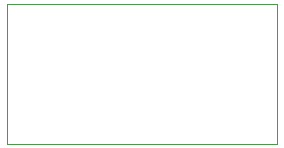
<source format=gbr>
%TF.GenerationSoftware,KiCad,Pcbnew,8.0.7*%
%TF.CreationDate,2025-01-11T15:19:25-09:00*%
%TF.ProjectId,wearable_battery_board,77656172-6162-46c6-955f-626174746572,rev?*%
%TF.SameCoordinates,Original*%
%TF.FileFunction,Profile,NP*%
%FSLAX46Y46*%
G04 Gerber Fmt 4.6, Leading zero omitted, Abs format (unit mm)*
G04 Created by KiCad (PCBNEW 8.0.7) date 2025-01-11 15:19:25*
%MOMM*%
%LPD*%
G01*
G04 APERTURE LIST*
%TA.AperFunction,Profile*%
%ADD10C,0.100000*%
%TD*%
G04 APERTURE END LIST*
D10*
X138260000Y-74879200D02*
X161086800Y-74879200D01*
X161086800Y-86691800D01*
X138260000Y-86691800D01*
X138260000Y-74879200D01*
M02*

</source>
